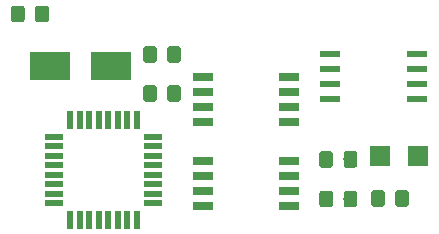
<source format=gtp>
G04 #@! TF.GenerationSoftware,KiCad,Pcbnew,(5.1.2)-1*
G04 #@! TF.CreationDate,2019-05-20T21:13:43-04:00*
G04 #@! TF.ProjectId,DuinoClone,4475696e-6f43-46c6-9f6e-652e6b696361,1*
G04 #@! TF.SameCoordinates,Original*
G04 #@! TF.FileFunction,Paste,Top*
G04 #@! TF.FilePolarity,Positive*
%FSLAX46Y46*%
G04 Gerber Fmt 4.6, Leading zero omitted, Abs format (unit mm)*
G04 Created by KiCad (PCBNEW (5.1.2)-1) date 2019-05-20 21:13:43*
%MOMM*%
%LPD*%
G04 APERTURE LIST*
%ADD10C,0.100000*%
%ADD11C,1.150000*%
%ADD12R,1.750000X0.550000*%
%ADD13R,1.700000X0.650000*%
%ADD14R,0.550000X1.500000*%
%ADD15R,1.500000X0.550000*%
%ADD16R,1.750000X1.800000*%
%ADD17R,3.500000X2.400000*%
G04 APERTURE END LIST*
D10*
G36*
X97749505Y-92900204D02*
G01*
X97773773Y-92903804D01*
X97797572Y-92909765D01*
X97820671Y-92918030D01*
X97842850Y-92928520D01*
X97863893Y-92941132D01*
X97883599Y-92955747D01*
X97901777Y-92972223D01*
X97918253Y-92990401D01*
X97932868Y-93010107D01*
X97945480Y-93031150D01*
X97955970Y-93053329D01*
X97964235Y-93076428D01*
X97970196Y-93100227D01*
X97973796Y-93124495D01*
X97975000Y-93148999D01*
X97975000Y-94049001D01*
X97973796Y-94073505D01*
X97970196Y-94097773D01*
X97964235Y-94121572D01*
X97955970Y-94144671D01*
X97945480Y-94166850D01*
X97932868Y-94187893D01*
X97918253Y-94207599D01*
X97901777Y-94225777D01*
X97883599Y-94242253D01*
X97863893Y-94256868D01*
X97842850Y-94269480D01*
X97820671Y-94279970D01*
X97797572Y-94288235D01*
X97773773Y-94294196D01*
X97749505Y-94297796D01*
X97725001Y-94299000D01*
X97074999Y-94299000D01*
X97050495Y-94297796D01*
X97026227Y-94294196D01*
X97002428Y-94288235D01*
X96979329Y-94279970D01*
X96957150Y-94269480D01*
X96936107Y-94256868D01*
X96916401Y-94242253D01*
X96898223Y-94225777D01*
X96881747Y-94207599D01*
X96867132Y-94187893D01*
X96854520Y-94166850D01*
X96844030Y-94144671D01*
X96835765Y-94121572D01*
X96829804Y-94097773D01*
X96826204Y-94073505D01*
X96825000Y-94049001D01*
X96825000Y-93148999D01*
X96826204Y-93124495D01*
X96829804Y-93100227D01*
X96835765Y-93076428D01*
X96844030Y-93053329D01*
X96854520Y-93031150D01*
X96867132Y-93010107D01*
X96881747Y-92990401D01*
X96898223Y-92972223D01*
X96916401Y-92955747D01*
X96936107Y-92941132D01*
X96957150Y-92928520D01*
X96979329Y-92918030D01*
X97002428Y-92909765D01*
X97026227Y-92903804D01*
X97050495Y-92900204D01*
X97074999Y-92899000D01*
X97725001Y-92899000D01*
X97749505Y-92900204D01*
X97749505Y-92900204D01*
G37*
D11*
X97400000Y-93599000D03*
D10*
G36*
X99799505Y-92900204D02*
G01*
X99823773Y-92903804D01*
X99847572Y-92909765D01*
X99870671Y-92918030D01*
X99892850Y-92928520D01*
X99913893Y-92941132D01*
X99933599Y-92955747D01*
X99951777Y-92972223D01*
X99968253Y-92990401D01*
X99982868Y-93010107D01*
X99995480Y-93031150D01*
X100005970Y-93053329D01*
X100014235Y-93076428D01*
X100020196Y-93100227D01*
X100023796Y-93124495D01*
X100025000Y-93148999D01*
X100025000Y-94049001D01*
X100023796Y-94073505D01*
X100020196Y-94097773D01*
X100014235Y-94121572D01*
X100005970Y-94144671D01*
X99995480Y-94166850D01*
X99982868Y-94187893D01*
X99968253Y-94207599D01*
X99951777Y-94225777D01*
X99933599Y-94242253D01*
X99913893Y-94256868D01*
X99892850Y-94269480D01*
X99870671Y-94279970D01*
X99847572Y-94288235D01*
X99823773Y-94294196D01*
X99799505Y-94297796D01*
X99775001Y-94299000D01*
X99124999Y-94299000D01*
X99100495Y-94297796D01*
X99076227Y-94294196D01*
X99052428Y-94288235D01*
X99029329Y-94279970D01*
X99007150Y-94269480D01*
X98986107Y-94256868D01*
X98966401Y-94242253D01*
X98948223Y-94225777D01*
X98931747Y-94207599D01*
X98917132Y-94187893D01*
X98904520Y-94166850D01*
X98894030Y-94144671D01*
X98885765Y-94121572D01*
X98879804Y-94097773D01*
X98876204Y-94073505D01*
X98875000Y-94049001D01*
X98875000Y-93148999D01*
X98876204Y-93124495D01*
X98879804Y-93100227D01*
X98885765Y-93076428D01*
X98894030Y-93053329D01*
X98904520Y-93031150D01*
X98917132Y-93010107D01*
X98931747Y-92990401D01*
X98948223Y-92972223D01*
X98966401Y-92955747D01*
X98986107Y-92941132D01*
X99007150Y-92928520D01*
X99029329Y-92918030D01*
X99052428Y-92909765D01*
X99076227Y-92903804D01*
X99100495Y-92900204D01*
X99124999Y-92899000D01*
X99775001Y-92899000D01*
X99799505Y-92900204D01*
X99799505Y-92900204D01*
G37*
D11*
X99450000Y-93599000D03*
D10*
G36*
X99799505Y-89598204D02*
G01*
X99823773Y-89601804D01*
X99847572Y-89607765D01*
X99870671Y-89616030D01*
X99892850Y-89626520D01*
X99913893Y-89639132D01*
X99933599Y-89653747D01*
X99951777Y-89670223D01*
X99968253Y-89688401D01*
X99982868Y-89708107D01*
X99995480Y-89729150D01*
X100005970Y-89751329D01*
X100014235Y-89774428D01*
X100020196Y-89798227D01*
X100023796Y-89822495D01*
X100025000Y-89846999D01*
X100025000Y-90747001D01*
X100023796Y-90771505D01*
X100020196Y-90795773D01*
X100014235Y-90819572D01*
X100005970Y-90842671D01*
X99995480Y-90864850D01*
X99982868Y-90885893D01*
X99968253Y-90905599D01*
X99951777Y-90923777D01*
X99933599Y-90940253D01*
X99913893Y-90954868D01*
X99892850Y-90967480D01*
X99870671Y-90977970D01*
X99847572Y-90986235D01*
X99823773Y-90992196D01*
X99799505Y-90995796D01*
X99775001Y-90997000D01*
X99124999Y-90997000D01*
X99100495Y-90995796D01*
X99076227Y-90992196D01*
X99052428Y-90986235D01*
X99029329Y-90977970D01*
X99007150Y-90967480D01*
X98986107Y-90954868D01*
X98966401Y-90940253D01*
X98948223Y-90923777D01*
X98931747Y-90905599D01*
X98917132Y-90885893D01*
X98904520Y-90864850D01*
X98894030Y-90842671D01*
X98885765Y-90819572D01*
X98879804Y-90795773D01*
X98876204Y-90771505D01*
X98875000Y-90747001D01*
X98875000Y-89846999D01*
X98876204Y-89822495D01*
X98879804Y-89798227D01*
X98885765Y-89774428D01*
X98894030Y-89751329D01*
X98904520Y-89729150D01*
X98917132Y-89708107D01*
X98931747Y-89688401D01*
X98948223Y-89670223D01*
X98966401Y-89653747D01*
X98986107Y-89639132D01*
X99007150Y-89626520D01*
X99029329Y-89616030D01*
X99052428Y-89607765D01*
X99076227Y-89601804D01*
X99100495Y-89598204D01*
X99124999Y-89597000D01*
X99775001Y-89597000D01*
X99799505Y-89598204D01*
X99799505Y-89598204D01*
G37*
D11*
X99450000Y-90297000D03*
D10*
G36*
X97749505Y-89598204D02*
G01*
X97773773Y-89601804D01*
X97797572Y-89607765D01*
X97820671Y-89616030D01*
X97842850Y-89626520D01*
X97863893Y-89639132D01*
X97883599Y-89653747D01*
X97901777Y-89670223D01*
X97918253Y-89688401D01*
X97932868Y-89708107D01*
X97945480Y-89729150D01*
X97955970Y-89751329D01*
X97964235Y-89774428D01*
X97970196Y-89798227D01*
X97973796Y-89822495D01*
X97975000Y-89846999D01*
X97975000Y-90747001D01*
X97973796Y-90771505D01*
X97970196Y-90795773D01*
X97964235Y-90819572D01*
X97955970Y-90842671D01*
X97945480Y-90864850D01*
X97932868Y-90885893D01*
X97918253Y-90905599D01*
X97901777Y-90923777D01*
X97883599Y-90940253D01*
X97863893Y-90954868D01*
X97842850Y-90967480D01*
X97820671Y-90977970D01*
X97797572Y-90986235D01*
X97773773Y-90992196D01*
X97749505Y-90995796D01*
X97725001Y-90997000D01*
X97074999Y-90997000D01*
X97050495Y-90995796D01*
X97026227Y-90992196D01*
X97002428Y-90986235D01*
X96979329Y-90977970D01*
X96957150Y-90967480D01*
X96936107Y-90954868D01*
X96916401Y-90940253D01*
X96898223Y-90923777D01*
X96881747Y-90905599D01*
X96867132Y-90885893D01*
X96854520Y-90864850D01*
X96844030Y-90842671D01*
X96835765Y-90819572D01*
X96829804Y-90795773D01*
X96826204Y-90771505D01*
X96825000Y-90747001D01*
X96825000Y-89846999D01*
X96826204Y-89822495D01*
X96829804Y-89798227D01*
X96835765Y-89774428D01*
X96844030Y-89751329D01*
X96854520Y-89729150D01*
X96867132Y-89708107D01*
X96881747Y-89688401D01*
X96898223Y-89670223D01*
X96916401Y-89653747D01*
X96936107Y-89639132D01*
X96957150Y-89626520D01*
X96979329Y-89616030D01*
X97002428Y-89607765D01*
X97026227Y-89601804D01*
X97050495Y-89598204D01*
X97074999Y-89597000D01*
X97725001Y-89597000D01*
X97749505Y-89598204D01*
X97749505Y-89598204D01*
G37*
D11*
X97400000Y-90297000D03*
D10*
G36*
X114726505Y-98484204D02*
G01*
X114750773Y-98487804D01*
X114774572Y-98493765D01*
X114797671Y-98502030D01*
X114819850Y-98512520D01*
X114840893Y-98525132D01*
X114860599Y-98539747D01*
X114878777Y-98556223D01*
X114895253Y-98574401D01*
X114909868Y-98594107D01*
X114922480Y-98615150D01*
X114932970Y-98637329D01*
X114941235Y-98660428D01*
X114947196Y-98684227D01*
X114950796Y-98708495D01*
X114952000Y-98732999D01*
X114952000Y-99633001D01*
X114950796Y-99657505D01*
X114947196Y-99681773D01*
X114941235Y-99705572D01*
X114932970Y-99728671D01*
X114922480Y-99750850D01*
X114909868Y-99771893D01*
X114895253Y-99791599D01*
X114878777Y-99809777D01*
X114860599Y-99826253D01*
X114840893Y-99840868D01*
X114819850Y-99853480D01*
X114797671Y-99863970D01*
X114774572Y-99872235D01*
X114750773Y-99878196D01*
X114726505Y-99881796D01*
X114702001Y-99883000D01*
X114051999Y-99883000D01*
X114027495Y-99881796D01*
X114003227Y-99878196D01*
X113979428Y-99872235D01*
X113956329Y-99863970D01*
X113934150Y-99853480D01*
X113913107Y-99840868D01*
X113893401Y-99826253D01*
X113875223Y-99809777D01*
X113858747Y-99791599D01*
X113844132Y-99771893D01*
X113831520Y-99750850D01*
X113821030Y-99728671D01*
X113812765Y-99705572D01*
X113806804Y-99681773D01*
X113803204Y-99657505D01*
X113802000Y-99633001D01*
X113802000Y-98732999D01*
X113803204Y-98708495D01*
X113806804Y-98684227D01*
X113812765Y-98660428D01*
X113821030Y-98637329D01*
X113831520Y-98615150D01*
X113844132Y-98594107D01*
X113858747Y-98574401D01*
X113875223Y-98556223D01*
X113893401Y-98539747D01*
X113913107Y-98525132D01*
X113934150Y-98512520D01*
X113956329Y-98502030D01*
X113979428Y-98493765D01*
X114003227Y-98487804D01*
X114027495Y-98484204D01*
X114051999Y-98483000D01*
X114702001Y-98483000D01*
X114726505Y-98484204D01*
X114726505Y-98484204D01*
G37*
D11*
X114377000Y-99183000D03*
D10*
G36*
X112676505Y-98484204D02*
G01*
X112700773Y-98487804D01*
X112724572Y-98493765D01*
X112747671Y-98502030D01*
X112769850Y-98512520D01*
X112790893Y-98525132D01*
X112810599Y-98539747D01*
X112828777Y-98556223D01*
X112845253Y-98574401D01*
X112859868Y-98594107D01*
X112872480Y-98615150D01*
X112882970Y-98637329D01*
X112891235Y-98660428D01*
X112897196Y-98684227D01*
X112900796Y-98708495D01*
X112902000Y-98732999D01*
X112902000Y-99633001D01*
X112900796Y-99657505D01*
X112897196Y-99681773D01*
X112891235Y-99705572D01*
X112882970Y-99728671D01*
X112872480Y-99750850D01*
X112859868Y-99771893D01*
X112845253Y-99791599D01*
X112828777Y-99809777D01*
X112810599Y-99826253D01*
X112790893Y-99840868D01*
X112769850Y-99853480D01*
X112747671Y-99863970D01*
X112724572Y-99872235D01*
X112700773Y-99878196D01*
X112676505Y-99881796D01*
X112652001Y-99883000D01*
X112001999Y-99883000D01*
X111977495Y-99881796D01*
X111953227Y-99878196D01*
X111929428Y-99872235D01*
X111906329Y-99863970D01*
X111884150Y-99853480D01*
X111863107Y-99840868D01*
X111843401Y-99826253D01*
X111825223Y-99809777D01*
X111808747Y-99791599D01*
X111794132Y-99771893D01*
X111781520Y-99750850D01*
X111771030Y-99728671D01*
X111762765Y-99705572D01*
X111756804Y-99681773D01*
X111753204Y-99657505D01*
X111752000Y-99633001D01*
X111752000Y-98732999D01*
X111753204Y-98708495D01*
X111756804Y-98684227D01*
X111762765Y-98660428D01*
X111771030Y-98637329D01*
X111781520Y-98615150D01*
X111794132Y-98594107D01*
X111808747Y-98574401D01*
X111825223Y-98556223D01*
X111843401Y-98539747D01*
X111863107Y-98525132D01*
X111884150Y-98512520D01*
X111906329Y-98502030D01*
X111929428Y-98493765D01*
X111953227Y-98487804D01*
X111977495Y-98484204D01*
X112001999Y-98483000D01*
X112652001Y-98483000D01*
X112676505Y-98484204D01*
X112676505Y-98484204D01*
G37*
D11*
X112327000Y-99183000D03*
D10*
G36*
X117053505Y-101790204D02*
G01*
X117077773Y-101793804D01*
X117101572Y-101799765D01*
X117124671Y-101808030D01*
X117146850Y-101818520D01*
X117167893Y-101831132D01*
X117187599Y-101845747D01*
X117205777Y-101862223D01*
X117222253Y-101880401D01*
X117236868Y-101900107D01*
X117249480Y-101921150D01*
X117259970Y-101943329D01*
X117268235Y-101966428D01*
X117274196Y-101990227D01*
X117277796Y-102014495D01*
X117279000Y-102038999D01*
X117279000Y-102939001D01*
X117277796Y-102963505D01*
X117274196Y-102987773D01*
X117268235Y-103011572D01*
X117259970Y-103034671D01*
X117249480Y-103056850D01*
X117236868Y-103077893D01*
X117222253Y-103097599D01*
X117205777Y-103115777D01*
X117187599Y-103132253D01*
X117167893Y-103146868D01*
X117146850Y-103159480D01*
X117124671Y-103169970D01*
X117101572Y-103178235D01*
X117077773Y-103184196D01*
X117053505Y-103187796D01*
X117029001Y-103189000D01*
X116378999Y-103189000D01*
X116354495Y-103187796D01*
X116330227Y-103184196D01*
X116306428Y-103178235D01*
X116283329Y-103169970D01*
X116261150Y-103159480D01*
X116240107Y-103146868D01*
X116220401Y-103132253D01*
X116202223Y-103115777D01*
X116185747Y-103097599D01*
X116171132Y-103077893D01*
X116158520Y-103056850D01*
X116148030Y-103034671D01*
X116139765Y-103011572D01*
X116133804Y-102987773D01*
X116130204Y-102963505D01*
X116129000Y-102939001D01*
X116129000Y-102038999D01*
X116130204Y-102014495D01*
X116133804Y-101990227D01*
X116139765Y-101966428D01*
X116148030Y-101943329D01*
X116158520Y-101921150D01*
X116171132Y-101900107D01*
X116185747Y-101880401D01*
X116202223Y-101862223D01*
X116220401Y-101845747D01*
X116240107Y-101831132D01*
X116261150Y-101818520D01*
X116283329Y-101808030D01*
X116306428Y-101799765D01*
X116330227Y-101793804D01*
X116354495Y-101790204D01*
X116378999Y-101789000D01*
X117029001Y-101789000D01*
X117053505Y-101790204D01*
X117053505Y-101790204D01*
G37*
D11*
X116704000Y-102489000D03*
D10*
G36*
X119103505Y-101790204D02*
G01*
X119127773Y-101793804D01*
X119151572Y-101799765D01*
X119174671Y-101808030D01*
X119196850Y-101818520D01*
X119217893Y-101831132D01*
X119237599Y-101845747D01*
X119255777Y-101862223D01*
X119272253Y-101880401D01*
X119286868Y-101900107D01*
X119299480Y-101921150D01*
X119309970Y-101943329D01*
X119318235Y-101966428D01*
X119324196Y-101990227D01*
X119327796Y-102014495D01*
X119329000Y-102038999D01*
X119329000Y-102939001D01*
X119327796Y-102963505D01*
X119324196Y-102987773D01*
X119318235Y-103011572D01*
X119309970Y-103034671D01*
X119299480Y-103056850D01*
X119286868Y-103077893D01*
X119272253Y-103097599D01*
X119255777Y-103115777D01*
X119237599Y-103132253D01*
X119217893Y-103146868D01*
X119196850Y-103159480D01*
X119174671Y-103169970D01*
X119151572Y-103178235D01*
X119127773Y-103184196D01*
X119103505Y-103187796D01*
X119079001Y-103189000D01*
X118428999Y-103189000D01*
X118404495Y-103187796D01*
X118380227Y-103184196D01*
X118356428Y-103178235D01*
X118333329Y-103169970D01*
X118311150Y-103159480D01*
X118290107Y-103146868D01*
X118270401Y-103132253D01*
X118252223Y-103115777D01*
X118235747Y-103097599D01*
X118221132Y-103077893D01*
X118208520Y-103056850D01*
X118198030Y-103034671D01*
X118189765Y-103011572D01*
X118183804Y-102987773D01*
X118180204Y-102963505D01*
X118179000Y-102939001D01*
X118179000Y-102038999D01*
X118180204Y-102014495D01*
X118183804Y-101990227D01*
X118189765Y-101966428D01*
X118198030Y-101943329D01*
X118208520Y-101921150D01*
X118221132Y-101900107D01*
X118235747Y-101880401D01*
X118252223Y-101862223D01*
X118270401Y-101845747D01*
X118290107Y-101831132D01*
X118311150Y-101818520D01*
X118333329Y-101808030D01*
X118356428Y-101799765D01*
X118380227Y-101793804D01*
X118404495Y-101790204D01*
X118428999Y-101789000D01*
X119079001Y-101789000D01*
X119103505Y-101790204D01*
X119103505Y-101790204D01*
G37*
D11*
X118754000Y-102489000D03*
D10*
G36*
X114726505Y-101835204D02*
G01*
X114750773Y-101838804D01*
X114774572Y-101844765D01*
X114797671Y-101853030D01*
X114819850Y-101863520D01*
X114840893Y-101876132D01*
X114860599Y-101890747D01*
X114878777Y-101907223D01*
X114895253Y-101925401D01*
X114909868Y-101945107D01*
X114922480Y-101966150D01*
X114932970Y-101988329D01*
X114941235Y-102011428D01*
X114947196Y-102035227D01*
X114950796Y-102059495D01*
X114952000Y-102083999D01*
X114952000Y-102984001D01*
X114950796Y-103008505D01*
X114947196Y-103032773D01*
X114941235Y-103056572D01*
X114932970Y-103079671D01*
X114922480Y-103101850D01*
X114909868Y-103122893D01*
X114895253Y-103142599D01*
X114878777Y-103160777D01*
X114860599Y-103177253D01*
X114840893Y-103191868D01*
X114819850Y-103204480D01*
X114797671Y-103214970D01*
X114774572Y-103223235D01*
X114750773Y-103229196D01*
X114726505Y-103232796D01*
X114702001Y-103234000D01*
X114051999Y-103234000D01*
X114027495Y-103232796D01*
X114003227Y-103229196D01*
X113979428Y-103223235D01*
X113956329Y-103214970D01*
X113934150Y-103204480D01*
X113913107Y-103191868D01*
X113893401Y-103177253D01*
X113875223Y-103160777D01*
X113858747Y-103142599D01*
X113844132Y-103122893D01*
X113831520Y-103101850D01*
X113821030Y-103079671D01*
X113812765Y-103056572D01*
X113806804Y-103032773D01*
X113803204Y-103008505D01*
X113802000Y-102984001D01*
X113802000Y-102083999D01*
X113803204Y-102059495D01*
X113806804Y-102035227D01*
X113812765Y-102011428D01*
X113821030Y-101988329D01*
X113831520Y-101966150D01*
X113844132Y-101945107D01*
X113858747Y-101925401D01*
X113875223Y-101907223D01*
X113893401Y-101890747D01*
X113913107Y-101876132D01*
X113934150Y-101863520D01*
X113956329Y-101853030D01*
X113979428Y-101844765D01*
X114003227Y-101838804D01*
X114027495Y-101835204D01*
X114051999Y-101834000D01*
X114702001Y-101834000D01*
X114726505Y-101835204D01*
X114726505Y-101835204D01*
G37*
D11*
X114377000Y-102534000D03*
D10*
G36*
X112676505Y-101835204D02*
G01*
X112700773Y-101838804D01*
X112724572Y-101844765D01*
X112747671Y-101853030D01*
X112769850Y-101863520D01*
X112790893Y-101876132D01*
X112810599Y-101890747D01*
X112828777Y-101907223D01*
X112845253Y-101925401D01*
X112859868Y-101945107D01*
X112872480Y-101966150D01*
X112882970Y-101988329D01*
X112891235Y-102011428D01*
X112897196Y-102035227D01*
X112900796Y-102059495D01*
X112902000Y-102083999D01*
X112902000Y-102984001D01*
X112900796Y-103008505D01*
X112897196Y-103032773D01*
X112891235Y-103056572D01*
X112882970Y-103079671D01*
X112872480Y-103101850D01*
X112859868Y-103122893D01*
X112845253Y-103142599D01*
X112828777Y-103160777D01*
X112810599Y-103177253D01*
X112790893Y-103191868D01*
X112769850Y-103204480D01*
X112747671Y-103214970D01*
X112724572Y-103223235D01*
X112700773Y-103229196D01*
X112676505Y-103232796D01*
X112652001Y-103234000D01*
X112001999Y-103234000D01*
X111977495Y-103232796D01*
X111953227Y-103229196D01*
X111929428Y-103223235D01*
X111906329Y-103214970D01*
X111884150Y-103204480D01*
X111863107Y-103191868D01*
X111843401Y-103177253D01*
X111825223Y-103160777D01*
X111808747Y-103142599D01*
X111794132Y-103122893D01*
X111781520Y-103101850D01*
X111771030Y-103079671D01*
X111762765Y-103056572D01*
X111756804Y-103032773D01*
X111753204Y-103008505D01*
X111752000Y-102984001D01*
X111752000Y-102083999D01*
X111753204Y-102059495D01*
X111756804Y-102035227D01*
X111762765Y-102011428D01*
X111771030Y-101988329D01*
X111781520Y-101966150D01*
X111794132Y-101945107D01*
X111808747Y-101925401D01*
X111825223Y-101907223D01*
X111843401Y-101890747D01*
X111863107Y-101876132D01*
X111884150Y-101863520D01*
X111906329Y-101853030D01*
X111929428Y-101844765D01*
X111953227Y-101838804D01*
X111977495Y-101835204D01*
X112001999Y-101834000D01*
X112652001Y-101834000D01*
X112676505Y-101835204D01*
X112676505Y-101835204D01*
G37*
D11*
X112327000Y-102534000D03*
D10*
G36*
X86573505Y-86169204D02*
G01*
X86597773Y-86172804D01*
X86621572Y-86178765D01*
X86644671Y-86187030D01*
X86666850Y-86197520D01*
X86687893Y-86210132D01*
X86707599Y-86224747D01*
X86725777Y-86241223D01*
X86742253Y-86259401D01*
X86756868Y-86279107D01*
X86769480Y-86300150D01*
X86779970Y-86322329D01*
X86788235Y-86345428D01*
X86794196Y-86369227D01*
X86797796Y-86393495D01*
X86799000Y-86417999D01*
X86799000Y-87318001D01*
X86797796Y-87342505D01*
X86794196Y-87366773D01*
X86788235Y-87390572D01*
X86779970Y-87413671D01*
X86769480Y-87435850D01*
X86756868Y-87456893D01*
X86742253Y-87476599D01*
X86725777Y-87494777D01*
X86707599Y-87511253D01*
X86687893Y-87525868D01*
X86666850Y-87538480D01*
X86644671Y-87548970D01*
X86621572Y-87557235D01*
X86597773Y-87563196D01*
X86573505Y-87566796D01*
X86549001Y-87568000D01*
X85898999Y-87568000D01*
X85874495Y-87566796D01*
X85850227Y-87563196D01*
X85826428Y-87557235D01*
X85803329Y-87548970D01*
X85781150Y-87538480D01*
X85760107Y-87525868D01*
X85740401Y-87511253D01*
X85722223Y-87494777D01*
X85705747Y-87476599D01*
X85691132Y-87456893D01*
X85678520Y-87435850D01*
X85668030Y-87413671D01*
X85659765Y-87390572D01*
X85653804Y-87366773D01*
X85650204Y-87342505D01*
X85649000Y-87318001D01*
X85649000Y-86417999D01*
X85650204Y-86393495D01*
X85653804Y-86369227D01*
X85659765Y-86345428D01*
X85668030Y-86322329D01*
X85678520Y-86300150D01*
X85691132Y-86279107D01*
X85705747Y-86259401D01*
X85722223Y-86241223D01*
X85740401Y-86224747D01*
X85760107Y-86210132D01*
X85781150Y-86197520D01*
X85803329Y-86187030D01*
X85826428Y-86178765D01*
X85850227Y-86172804D01*
X85874495Y-86169204D01*
X85898999Y-86168000D01*
X86549001Y-86168000D01*
X86573505Y-86169204D01*
X86573505Y-86169204D01*
G37*
D11*
X86224000Y-86868000D03*
D10*
G36*
X88623505Y-86169204D02*
G01*
X88647773Y-86172804D01*
X88671572Y-86178765D01*
X88694671Y-86187030D01*
X88716850Y-86197520D01*
X88737893Y-86210132D01*
X88757599Y-86224747D01*
X88775777Y-86241223D01*
X88792253Y-86259401D01*
X88806868Y-86279107D01*
X88819480Y-86300150D01*
X88829970Y-86322329D01*
X88838235Y-86345428D01*
X88844196Y-86369227D01*
X88847796Y-86393495D01*
X88849000Y-86417999D01*
X88849000Y-87318001D01*
X88847796Y-87342505D01*
X88844196Y-87366773D01*
X88838235Y-87390572D01*
X88829970Y-87413671D01*
X88819480Y-87435850D01*
X88806868Y-87456893D01*
X88792253Y-87476599D01*
X88775777Y-87494777D01*
X88757599Y-87511253D01*
X88737893Y-87525868D01*
X88716850Y-87538480D01*
X88694671Y-87548970D01*
X88671572Y-87557235D01*
X88647773Y-87563196D01*
X88623505Y-87566796D01*
X88599001Y-87568000D01*
X87948999Y-87568000D01*
X87924495Y-87566796D01*
X87900227Y-87563196D01*
X87876428Y-87557235D01*
X87853329Y-87548970D01*
X87831150Y-87538480D01*
X87810107Y-87525868D01*
X87790401Y-87511253D01*
X87772223Y-87494777D01*
X87755747Y-87476599D01*
X87741132Y-87456893D01*
X87728520Y-87435850D01*
X87718030Y-87413671D01*
X87709765Y-87390572D01*
X87703804Y-87366773D01*
X87700204Y-87342505D01*
X87699000Y-87318001D01*
X87699000Y-86417999D01*
X87700204Y-86393495D01*
X87703804Y-86369227D01*
X87709765Y-86345428D01*
X87718030Y-86322329D01*
X87728520Y-86300150D01*
X87741132Y-86279107D01*
X87755747Y-86259401D01*
X87772223Y-86241223D01*
X87790401Y-86224747D01*
X87810107Y-86210132D01*
X87831150Y-86197520D01*
X87853329Y-86187030D01*
X87876428Y-86178765D01*
X87900227Y-86172804D01*
X87924495Y-86169204D01*
X87948999Y-86168000D01*
X88599001Y-86168000D01*
X88623505Y-86169204D01*
X88623505Y-86169204D01*
G37*
D11*
X88274000Y-86868000D03*
D12*
X112632000Y-90297000D03*
X112632000Y-91567000D03*
X112632000Y-92837000D03*
X112632000Y-94107000D03*
X120032000Y-94107000D03*
X120032000Y-92837000D03*
X120032000Y-91567000D03*
X120032000Y-90297000D03*
D13*
X101887000Y-92202000D03*
X101887000Y-93472000D03*
X101887000Y-94742000D03*
X101887000Y-96012000D03*
X109187000Y-96012000D03*
X109187000Y-94742000D03*
X109187000Y-93472000D03*
X109187000Y-92202000D03*
X109187000Y-99314000D03*
X109187000Y-100584000D03*
X109187000Y-101854000D03*
X109187000Y-103124000D03*
X101887000Y-103124000D03*
X101887000Y-101854000D03*
X101887000Y-100584000D03*
X101887000Y-99314000D03*
D14*
X90672000Y-104276000D03*
D15*
X89272000Y-97276000D03*
X89272000Y-98076000D03*
X89272000Y-98876000D03*
X89272000Y-99676000D03*
X89272000Y-100476000D03*
X89272000Y-101276000D03*
X89272000Y-102076000D03*
X89272000Y-102876000D03*
D14*
X91472000Y-104276000D03*
X92272000Y-104276000D03*
X93072000Y-104276000D03*
X93872000Y-104276000D03*
X94672000Y-104276000D03*
X95472000Y-104276000D03*
X96272000Y-104276000D03*
D15*
X97672000Y-102876000D03*
X97672000Y-102076000D03*
X97672000Y-101276000D03*
X97672000Y-100476000D03*
X97672000Y-99676000D03*
X97672000Y-98876000D03*
X97672000Y-98076000D03*
X97672000Y-97276000D03*
D14*
X96272000Y-95876000D03*
X95472000Y-95876000D03*
X94672000Y-95876000D03*
X93872000Y-95876000D03*
X93072000Y-95876000D03*
X92272000Y-95876000D03*
X91472000Y-95876000D03*
X90672000Y-95876000D03*
D16*
X116866000Y-98933000D03*
X120116000Y-98933000D03*
D17*
X88923000Y-91247000D03*
X94123000Y-91247000D03*
M02*

</source>
